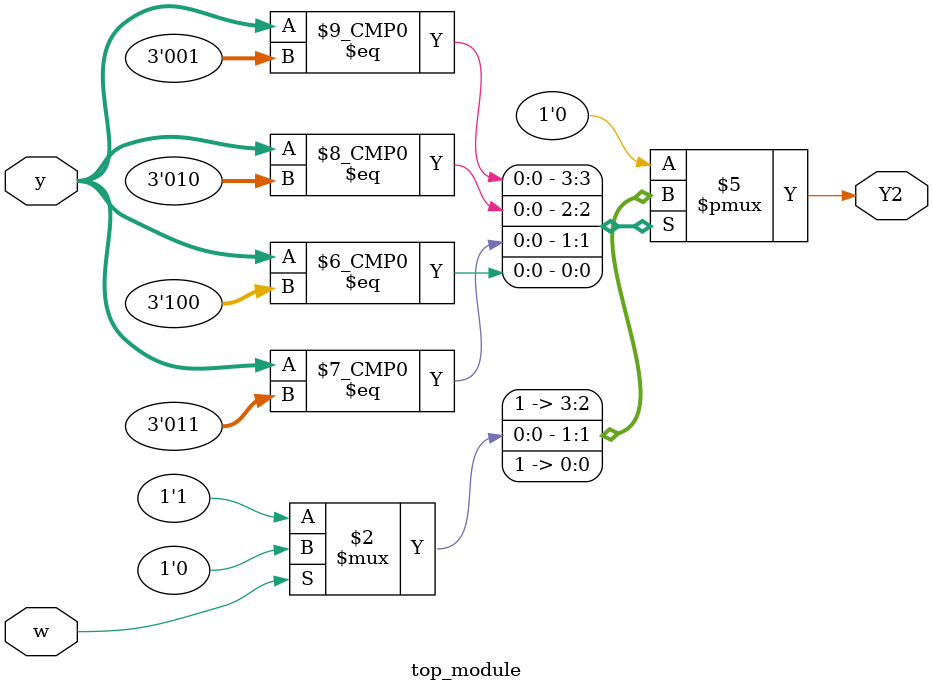
<source format=sv>
module top_module(
    input [3:1] y,
    input w,
    output reg Y2);

    always @(*) begin
        case (y)
            3'b000: Y2 = 1'b0; // State A
            3'b001: Y2 = 1'b1; // State B
            3'b010: Y2 = 1'b1; // State C
            3'b011: Y2 = w ? 1'b0 : 1'b1; // State D transitions to state A or F
            3'b100: Y2 = 1'b1; // State E
            3'b101: Y2 = 1'b0; // State F
            default: Y2 = 1'b0;
        endcase
    end

endmodule

</source>
